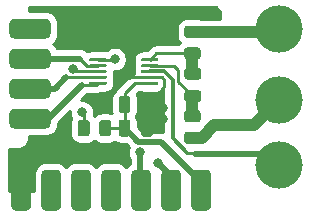
<source format=gtl>
G04 #@! TF.GenerationSoftware,KiCad,Pcbnew,5.1.9+dfsg1-1+deb11u1*
G04 #@! TF.CreationDate,2024-09-06T13:23:54+00:00*
G04 #@! TF.ProjectId,ControllerCurrentShuntAddOn,436f6e74-726f-46c6-9c65-724375727265,rev?*
G04 #@! TF.SameCoordinates,Original*
G04 #@! TF.FileFunction,Copper,L1,Top*
G04 #@! TF.FilePolarity,Positive*
%FSLAX46Y46*%
G04 Gerber Fmt 4.6, Leading zero omitted, Abs format (unit mm)*
G04 Created by KiCad (PCBNEW 5.1.9+dfsg1-1+deb11u1) date 2024-09-06 13:23:54*
%MOMM*%
%LPD*%
G01*
G04 APERTURE LIST*
G04 #@! TA.AperFunction,SMDPad,CuDef*
%ADD10C,4.000000*%
G04 #@! TD*
G04 #@! TA.AperFunction,ViaPad*
%ADD11C,0.800000*%
G04 #@! TD*
G04 #@! TA.AperFunction,Conductor*
%ADD12C,0.250000*%
G04 #@! TD*
G04 #@! TA.AperFunction,Conductor*
%ADD13C,0.500000*%
G04 #@! TD*
G04 #@! TA.AperFunction,Conductor*
%ADD14C,1.000000*%
G04 #@! TD*
G04 #@! TA.AperFunction,Conductor*
%ADD15C,0.300000*%
G04 #@! TD*
G04 #@! TA.AperFunction,Conductor*
%ADD16C,0.254000*%
G04 #@! TD*
G04 #@! TA.AperFunction,Conductor*
%ADD17C,0.100000*%
G04 #@! TD*
G04 APERTURE END LIST*
G04 #@! TA.AperFunction,ComponentPad*
G36*
G01*
X208300000Y-97855000D02*
X208300000Y-98705000D01*
G75*
G02*
X207875000Y-99130000I-425000J0D01*
G01*
X205225000Y-99130000D01*
G75*
G02*
X204800000Y-98705000I0J425000D01*
G01*
X204800000Y-97855000D01*
G75*
G02*
X205225000Y-97430000I425000J0D01*
G01*
X207875000Y-97430000D01*
G75*
G02*
X208300000Y-97855000I0J-425000D01*
G01*
G37*
G04 #@! TD.AperFunction*
G04 #@! TA.AperFunction,ComponentPad*
G36*
G01*
X208300000Y-100395000D02*
X208300000Y-101245000D01*
G75*
G02*
X207875000Y-101670000I-425000J0D01*
G01*
X205225000Y-101670000D01*
G75*
G02*
X204800000Y-101245000I0J425000D01*
G01*
X204800000Y-100395000D01*
G75*
G02*
X205225000Y-99970000I425000J0D01*
G01*
X207875000Y-99970000D01*
G75*
G02*
X208300000Y-100395000I0J-425000D01*
G01*
G37*
G04 #@! TD.AperFunction*
G04 #@! TA.AperFunction,ComponentPad*
G36*
G01*
X208300000Y-102935000D02*
X208300000Y-103785000D01*
G75*
G02*
X207875000Y-104210000I-425000J0D01*
G01*
X205225000Y-104210000D01*
G75*
G02*
X204800000Y-103785000I0J425000D01*
G01*
X204800000Y-102935000D01*
G75*
G02*
X205225000Y-102510000I425000J0D01*
G01*
X207875000Y-102510000D01*
G75*
G02*
X208300000Y-102935000I0J-425000D01*
G01*
G37*
G04 #@! TD.AperFunction*
G04 #@! TA.AperFunction,ComponentPad*
G36*
G01*
X208300000Y-105475000D02*
X208300000Y-106325000D01*
G75*
G02*
X207875000Y-106750000I-425000J0D01*
G01*
X205225000Y-106750000D01*
G75*
G02*
X204800000Y-106325000I0J425000D01*
G01*
X204800000Y-105475000D01*
G75*
G02*
X205225000Y-105050000I425000J0D01*
G01*
X207875000Y-105050000D01*
G75*
G02*
X208300000Y-105475000I0J-425000D01*
G01*
G37*
G04 #@! TD.AperFunction*
G04 #@! TA.AperFunction,ComponentPad*
G36*
G01*
X221465000Y-113700000D02*
X220615000Y-113700000D01*
G75*
G02*
X220190000Y-113275000I0J425000D01*
G01*
X220190000Y-110625000D01*
G75*
G02*
X220615000Y-110200000I425000J0D01*
G01*
X221465000Y-110200000D01*
G75*
G02*
X221890000Y-110625000I0J-425000D01*
G01*
X221890000Y-113275000D01*
G75*
G02*
X221465000Y-113700000I-425000J0D01*
G01*
G37*
G04 #@! TD.AperFunction*
G04 #@! TA.AperFunction,ComponentPad*
G36*
G01*
X218925000Y-113700000D02*
X218075000Y-113700000D01*
G75*
G02*
X217650000Y-113275000I0J425000D01*
G01*
X217650000Y-110625000D01*
G75*
G02*
X218075000Y-110200000I425000J0D01*
G01*
X218925000Y-110200000D01*
G75*
G02*
X219350000Y-110625000I0J-425000D01*
G01*
X219350000Y-113275000D01*
G75*
G02*
X218925000Y-113700000I-425000J0D01*
G01*
G37*
G04 #@! TD.AperFunction*
G04 #@! TA.AperFunction,ComponentPad*
G36*
G01*
X216385000Y-113700000D02*
X215535000Y-113700000D01*
G75*
G02*
X215110000Y-113275000I0J425000D01*
G01*
X215110000Y-110625000D01*
G75*
G02*
X215535000Y-110200000I425000J0D01*
G01*
X216385000Y-110200000D01*
G75*
G02*
X216810000Y-110625000I0J-425000D01*
G01*
X216810000Y-113275000D01*
G75*
G02*
X216385000Y-113700000I-425000J0D01*
G01*
G37*
G04 #@! TD.AperFunction*
G04 #@! TA.AperFunction,ComponentPad*
G36*
G01*
X213845000Y-113700000D02*
X212995000Y-113700000D01*
G75*
G02*
X212570000Y-113275000I0J425000D01*
G01*
X212570000Y-110625000D01*
G75*
G02*
X212995000Y-110200000I425000J0D01*
G01*
X213845000Y-110200000D01*
G75*
G02*
X214270000Y-110625000I0J-425000D01*
G01*
X214270000Y-113275000D01*
G75*
G02*
X213845000Y-113700000I-425000J0D01*
G01*
G37*
G04 #@! TD.AperFunction*
G04 #@! TA.AperFunction,ComponentPad*
G36*
G01*
X211305000Y-113700000D02*
X210455000Y-113700000D01*
G75*
G02*
X210030000Y-113275000I0J425000D01*
G01*
X210030000Y-110625000D01*
G75*
G02*
X210455000Y-110200000I425000J0D01*
G01*
X211305000Y-110200000D01*
G75*
G02*
X211730000Y-110625000I0J-425000D01*
G01*
X211730000Y-113275000D01*
G75*
G02*
X211305000Y-113700000I-425000J0D01*
G01*
G37*
G04 #@! TD.AperFunction*
G04 #@! TA.AperFunction,ComponentPad*
G36*
G01*
X208765000Y-113700000D02*
X207915000Y-113700000D01*
G75*
G02*
X207490000Y-113275000I0J425000D01*
G01*
X207490000Y-110625000D01*
G75*
G02*
X207915000Y-110200000I425000J0D01*
G01*
X208765000Y-110200000D01*
G75*
G02*
X209190000Y-110625000I0J-425000D01*
G01*
X209190000Y-113275000D01*
G75*
G02*
X208765000Y-113700000I-425000J0D01*
G01*
G37*
G04 #@! TD.AperFunction*
G04 #@! TA.AperFunction,ComponentPad*
G36*
G01*
X206225000Y-113700000D02*
X205375000Y-113700000D01*
G75*
G02*
X204950000Y-113275000I0J425000D01*
G01*
X204950000Y-110625000D01*
G75*
G02*
X205375000Y-110200000I425000J0D01*
G01*
X206225000Y-110200000D01*
G75*
G02*
X206650000Y-110625000I0J-425000D01*
G01*
X206650000Y-113275000D01*
G75*
G02*
X206225000Y-113700000I-425000J0D01*
G01*
G37*
G04 #@! TD.AperFunction*
G04 #@! TA.AperFunction,SMDPad,CuDef*
G36*
G01*
X211600000Y-106249999D02*
X211600000Y-107150001D01*
G75*
G02*
X211350001Y-107400000I-249999J0D01*
G01*
X210824999Y-107400000D01*
G75*
G02*
X210575000Y-107150001I0J249999D01*
G01*
X210575000Y-106249999D01*
G75*
G02*
X210824999Y-106000000I249999J0D01*
G01*
X211350001Y-106000000D01*
G75*
G02*
X211600000Y-106249999I0J-249999D01*
G01*
G37*
G04 #@! TD.AperFunction*
G04 #@! TA.AperFunction,SMDPad,CuDef*
G36*
G01*
X213425000Y-106249999D02*
X213425000Y-107150001D01*
G75*
G02*
X213175001Y-107400000I-249999J0D01*
G01*
X212649999Y-107400000D01*
G75*
G02*
X212400000Y-107150001I0J249999D01*
G01*
X212400000Y-106249999D01*
G75*
G02*
X212649999Y-106000000I249999J0D01*
G01*
X213175001Y-106000000D01*
G75*
G02*
X213425000Y-106249999I0J-249999D01*
G01*
G37*
G04 #@! TD.AperFunction*
G04 #@! TA.AperFunction,SMDPad,CuDef*
G36*
G01*
X215975000Y-100975000D02*
X215975000Y-100825000D01*
G75*
G02*
X216050000Y-100750000I75000J0D01*
G01*
X217350000Y-100750000D01*
G75*
G02*
X217425000Y-100825000I0J-75000D01*
G01*
X217425000Y-100975000D01*
G75*
G02*
X217350000Y-101050000I-75000J0D01*
G01*
X216050000Y-101050000D01*
G75*
G02*
X215975000Y-100975000I0J75000D01*
G01*
G37*
G04 #@! TD.AperFunction*
G04 #@! TA.AperFunction,SMDPad,CuDef*
G36*
G01*
X215975000Y-101475000D02*
X215975000Y-101325000D01*
G75*
G02*
X216050000Y-101250000I75000J0D01*
G01*
X217350000Y-101250000D01*
G75*
G02*
X217425000Y-101325000I0J-75000D01*
G01*
X217425000Y-101475000D01*
G75*
G02*
X217350000Y-101550000I-75000J0D01*
G01*
X216050000Y-101550000D01*
G75*
G02*
X215975000Y-101475000I0J75000D01*
G01*
G37*
G04 #@! TD.AperFunction*
G04 #@! TA.AperFunction,SMDPad,CuDef*
G36*
G01*
X215975000Y-101975000D02*
X215975000Y-101825000D01*
G75*
G02*
X216050000Y-101750000I75000J0D01*
G01*
X217350000Y-101750000D01*
G75*
G02*
X217425000Y-101825000I0J-75000D01*
G01*
X217425000Y-101975000D01*
G75*
G02*
X217350000Y-102050000I-75000J0D01*
G01*
X216050000Y-102050000D01*
G75*
G02*
X215975000Y-101975000I0J75000D01*
G01*
G37*
G04 #@! TD.AperFunction*
G04 #@! TA.AperFunction,SMDPad,CuDef*
G36*
G01*
X215975000Y-102475000D02*
X215975000Y-102325000D01*
G75*
G02*
X216050000Y-102250000I75000J0D01*
G01*
X217350000Y-102250000D01*
G75*
G02*
X217425000Y-102325000I0J-75000D01*
G01*
X217425000Y-102475000D01*
G75*
G02*
X217350000Y-102550000I-75000J0D01*
G01*
X216050000Y-102550000D01*
G75*
G02*
X215975000Y-102475000I0J75000D01*
G01*
G37*
G04 #@! TD.AperFunction*
G04 #@! TA.AperFunction,SMDPad,CuDef*
G36*
G01*
X215975000Y-102975000D02*
X215975000Y-102825000D01*
G75*
G02*
X216050000Y-102750000I75000J0D01*
G01*
X217350000Y-102750000D01*
G75*
G02*
X217425000Y-102825000I0J-75000D01*
G01*
X217425000Y-102975000D01*
G75*
G02*
X217350000Y-103050000I-75000J0D01*
G01*
X216050000Y-103050000D01*
G75*
G02*
X215975000Y-102975000I0J75000D01*
G01*
G37*
G04 #@! TD.AperFunction*
G04 #@! TA.AperFunction,SMDPad,CuDef*
G36*
G01*
X211575000Y-102975000D02*
X211575000Y-102825000D01*
G75*
G02*
X211650000Y-102750000I75000J0D01*
G01*
X212950000Y-102750000D01*
G75*
G02*
X213025000Y-102825000I0J-75000D01*
G01*
X213025000Y-102975000D01*
G75*
G02*
X212950000Y-103050000I-75000J0D01*
G01*
X211650000Y-103050000D01*
G75*
G02*
X211575000Y-102975000I0J75000D01*
G01*
G37*
G04 #@! TD.AperFunction*
G04 #@! TA.AperFunction,SMDPad,CuDef*
G36*
G01*
X211575000Y-102475000D02*
X211575000Y-102325000D01*
G75*
G02*
X211650000Y-102250000I75000J0D01*
G01*
X212950000Y-102250000D01*
G75*
G02*
X213025000Y-102325000I0J-75000D01*
G01*
X213025000Y-102475000D01*
G75*
G02*
X212950000Y-102550000I-75000J0D01*
G01*
X211650000Y-102550000D01*
G75*
G02*
X211575000Y-102475000I0J75000D01*
G01*
G37*
G04 #@! TD.AperFunction*
G04 #@! TA.AperFunction,SMDPad,CuDef*
G36*
G01*
X211575000Y-101975000D02*
X211575000Y-101825000D01*
G75*
G02*
X211650000Y-101750000I75000J0D01*
G01*
X212950000Y-101750000D01*
G75*
G02*
X213025000Y-101825000I0J-75000D01*
G01*
X213025000Y-101975000D01*
G75*
G02*
X212950000Y-102050000I-75000J0D01*
G01*
X211650000Y-102050000D01*
G75*
G02*
X211575000Y-101975000I0J75000D01*
G01*
G37*
G04 #@! TD.AperFunction*
G04 #@! TA.AperFunction,SMDPad,CuDef*
G36*
G01*
X211575000Y-101475000D02*
X211575000Y-101325000D01*
G75*
G02*
X211650000Y-101250000I75000J0D01*
G01*
X212950000Y-101250000D01*
G75*
G02*
X213025000Y-101325000I0J-75000D01*
G01*
X213025000Y-101475000D01*
G75*
G02*
X212950000Y-101550000I-75000J0D01*
G01*
X211650000Y-101550000D01*
G75*
G02*
X211575000Y-101475000I0J75000D01*
G01*
G37*
G04 #@! TD.AperFunction*
G04 #@! TA.AperFunction,SMDPad,CuDef*
G36*
G01*
X211575000Y-100975000D02*
X211575000Y-100825000D01*
G75*
G02*
X211650000Y-100750000I75000J0D01*
G01*
X212950000Y-100750000D01*
G75*
G02*
X213025000Y-100825000I0J-75000D01*
G01*
X213025000Y-100975000D01*
G75*
G02*
X212950000Y-101050000I-75000J0D01*
G01*
X211650000Y-101050000D01*
G75*
G02*
X211575000Y-100975000I0J75000D01*
G01*
G37*
G04 #@! TD.AperFunction*
G04 #@! TA.AperFunction,SMDPad,CuDef*
G36*
G01*
X219849999Y-107000000D02*
X220750001Y-107000000D01*
G75*
G02*
X221000000Y-107249999I0J-249999D01*
G01*
X221000000Y-107775001D01*
G75*
G02*
X220750001Y-108025000I-249999J0D01*
G01*
X219849999Y-108025000D01*
G75*
G02*
X219600000Y-107775001I0J249999D01*
G01*
X219600000Y-107249999D01*
G75*
G02*
X219849999Y-107000000I249999J0D01*
G01*
G37*
G04 #@! TD.AperFunction*
G04 #@! TA.AperFunction,SMDPad,CuDef*
G36*
G01*
X219849999Y-105175000D02*
X220750001Y-105175000D01*
G75*
G02*
X221000000Y-105424999I0J-249999D01*
G01*
X221000000Y-105950001D01*
G75*
G02*
X220750001Y-106200000I-249999J0D01*
G01*
X219849999Y-106200000D01*
G75*
G02*
X219600000Y-105950001I0J249999D01*
G01*
X219600000Y-105424999D01*
G75*
G02*
X219849999Y-105175000I249999J0D01*
G01*
G37*
G04 #@! TD.AperFunction*
G04 #@! TA.AperFunction,SMDPad,CuDef*
G36*
G01*
X220750001Y-99050000D02*
X219849999Y-99050000D01*
G75*
G02*
X219600000Y-98800001I0J249999D01*
G01*
X219600000Y-98274999D01*
G75*
G02*
X219849999Y-98025000I249999J0D01*
G01*
X220750001Y-98025000D01*
G75*
G02*
X221000000Y-98274999I0J-249999D01*
G01*
X221000000Y-98800001D01*
G75*
G02*
X220750001Y-99050000I-249999J0D01*
G01*
G37*
G04 #@! TD.AperFunction*
G04 #@! TA.AperFunction,SMDPad,CuDef*
G36*
G01*
X220750001Y-100875000D02*
X219849999Y-100875000D01*
G75*
G02*
X219600000Y-100625001I0J249999D01*
G01*
X219600000Y-100099999D01*
G75*
G02*
X219849999Y-99850000I249999J0D01*
G01*
X220750001Y-99850000D01*
G75*
G02*
X221000000Y-100099999I0J-249999D01*
G01*
X221000000Y-100625001D01*
G75*
G02*
X220750001Y-100875000I-249999J0D01*
G01*
G37*
G04 #@! TD.AperFunction*
D10*
X227650000Y-109800000D03*
X227650000Y-104300000D03*
X227650000Y-98300000D03*
G04 #@! TA.AperFunction,SMDPad,CuDef*
G36*
G01*
X215950000Y-107175000D02*
X215950000Y-106225000D01*
G75*
G02*
X216200000Y-105975000I250000J0D01*
G01*
X216700000Y-105975000D01*
G75*
G02*
X216950000Y-106225000I0J-250000D01*
G01*
X216950000Y-107175000D01*
G75*
G02*
X216700000Y-107425000I-250000J0D01*
G01*
X216200000Y-107425000D01*
G75*
G02*
X215950000Y-107175000I0J250000D01*
G01*
G37*
G04 #@! TD.AperFunction*
G04 #@! TA.AperFunction,SMDPad,CuDef*
G36*
G01*
X214050000Y-107175000D02*
X214050000Y-106225000D01*
G75*
G02*
X214300000Y-105975000I250000J0D01*
G01*
X214800000Y-105975000D01*
G75*
G02*
X215050000Y-106225000I0J-250000D01*
G01*
X215050000Y-107175000D01*
G75*
G02*
X214800000Y-107425000I-250000J0D01*
G01*
X214300000Y-107425000D01*
G75*
G02*
X214050000Y-107175000I0J250000D01*
G01*
G37*
G04 #@! TD.AperFunction*
G04 #@! TA.AperFunction,SMDPad,CuDef*
G36*
G01*
X215950000Y-105175000D02*
X215950000Y-104225000D01*
G75*
G02*
X216200000Y-103975000I250000J0D01*
G01*
X216700000Y-103975000D01*
G75*
G02*
X216950000Y-104225000I0J-250000D01*
G01*
X216950000Y-105175000D01*
G75*
G02*
X216700000Y-105425000I-250000J0D01*
G01*
X216200000Y-105425000D01*
G75*
G02*
X215950000Y-105175000I0J250000D01*
G01*
G37*
G04 #@! TD.AperFunction*
G04 #@! TA.AperFunction,SMDPad,CuDef*
G36*
G01*
X214050000Y-105175000D02*
X214050000Y-104225000D01*
G75*
G02*
X214300000Y-103975000I250000J0D01*
G01*
X214800000Y-103975000D01*
G75*
G02*
X215050000Y-104225000I0J-250000D01*
G01*
X215050000Y-105175000D01*
G75*
G02*
X214800000Y-105425000I-250000J0D01*
G01*
X214300000Y-105425000D01*
G75*
G02*
X214050000Y-105175000I0J250000D01*
G01*
G37*
G04 #@! TD.AperFunction*
G04 #@! TA.AperFunction,SMDPad,CuDef*
G36*
G01*
X219855000Y-103500000D02*
X220805000Y-103500000D01*
G75*
G02*
X221055000Y-103750000I0J-250000D01*
G01*
X221055000Y-104250000D01*
G75*
G02*
X220805000Y-104500000I-250000J0D01*
G01*
X219855000Y-104500000D01*
G75*
G02*
X219605000Y-104250000I0J250000D01*
G01*
X219605000Y-103750000D01*
G75*
G02*
X219855000Y-103500000I250000J0D01*
G01*
G37*
G04 #@! TD.AperFunction*
G04 #@! TA.AperFunction,SMDPad,CuDef*
G36*
G01*
X219855000Y-101600000D02*
X220805000Y-101600000D01*
G75*
G02*
X221055000Y-101850000I0J-250000D01*
G01*
X221055000Y-102350000D01*
G75*
G02*
X220805000Y-102600000I-250000J0D01*
G01*
X219855000Y-102600000D01*
G75*
G02*
X219605000Y-102350000I0J250000D01*
G01*
X219605000Y-101850000D01*
G75*
G02*
X219855000Y-101600000I250000J0D01*
G01*
G37*
G04 #@! TD.AperFunction*
D11*
X206600000Y-109200000D03*
X207700000Y-109200000D03*
X207700000Y-108200000D03*
X206600000Y-108200000D03*
X217770000Y-105950000D03*
X212400000Y-104270000D03*
X211450000Y-104270000D03*
X209200000Y-99150000D03*
X210200000Y-99150000D03*
X211200000Y-99150000D03*
X217770000Y-104950000D03*
X215000000Y-102160000D03*
X210152512Y-101674990D03*
X217410000Y-109660000D03*
X210960000Y-105360000D03*
X213720000Y-100850000D03*
X215870000Y-108730000D03*
D12*
X216450000Y-106700000D02*
X216450000Y-104700000D01*
X205800000Y-110700000D02*
X205800000Y-112349990D01*
X216700000Y-102400000D02*
X215240000Y-102400000D01*
X215240000Y-102400000D02*
X215000000Y-102160000D01*
X216700000Y-102400000D02*
X217718234Y-102400000D01*
X217718234Y-102400000D02*
X217900000Y-102581766D01*
X217900000Y-102581766D02*
X217900000Y-103250000D01*
X217900000Y-103250000D02*
X216450000Y-104700000D01*
X212300000Y-101900000D02*
X210377522Y-101900000D01*
X210377522Y-101900000D02*
X210152512Y-101674990D01*
D13*
X218500000Y-110750000D02*
X217410000Y-109660000D01*
D12*
X211087500Y-106700000D02*
X211087500Y-105487500D01*
X211087500Y-105487500D02*
X210960000Y-105360000D01*
D13*
X213670000Y-100900000D02*
X213720000Y-100850000D01*
D12*
X212300000Y-100900000D02*
X213670000Y-100900000D01*
X215895044Y-111025044D02*
X215900000Y-111030000D01*
D13*
X215895044Y-111025044D02*
X215895044Y-108755044D01*
X215895044Y-108755044D02*
X215870000Y-108730000D01*
D12*
X214550000Y-104700000D02*
X214550000Y-106700000D01*
X215400000Y-102900000D02*
X216700000Y-102900000D01*
X214550000Y-103750000D02*
X215400000Y-102900000D01*
X214550000Y-104700000D02*
X214550000Y-103750000D01*
X212912500Y-106700000D02*
X214550000Y-106700000D01*
D13*
X214550000Y-106700000D02*
X215729999Y-107879999D01*
X215729999Y-107879999D02*
X217679999Y-107879999D01*
X217679999Y-107879999D02*
X220689990Y-110889990D01*
X220689990Y-110889990D02*
X220689990Y-111789990D01*
D12*
X212180000Y-103020000D02*
X212300000Y-102900000D01*
X210920000Y-103020000D02*
X212180000Y-103020000D01*
D13*
X208140000Y-105800000D02*
X207520000Y-105800000D01*
X210920000Y-103020000D02*
X208140000Y-105800000D01*
D12*
X206320019Y-103189991D02*
X206150010Y-103360000D01*
X212300000Y-102400000D02*
X209620000Y-102400000D01*
D13*
X208670000Y-103350000D02*
X207340000Y-103350000D01*
X209620000Y-102400000D02*
X208670000Y-103350000D01*
D12*
X211370000Y-101400000D02*
X210790000Y-100820000D01*
X212300000Y-101400000D02*
X211370000Y-101400000D01*
D13*
X207370000Y-100820000D02*
X207360000Y-100810000D01*
X210790000Y-100820000D02*
X207370000Y-100820000D01*
D14*
X220300000Y-104030000D02*
X220330000Y-104000000D01*
X220300000Y-105687500D02*
X220300000Y-104030000D01*
D12*
X220200000Y-104000000D02*
X220330000Y-104000000D01*
X218760000Y-101400000D02*
X216700000Y-101400000D01*
X219100000Y-102770000D02*
X219100000Y-101740000D01*
X219100000Y-101740000D02*
X218760000Y-101400000D01*
X220330000Y-104000000D02*
X219100000Y-102770000D01*
D14*
X220300000Y-102070000D02*
X220330000Y-102100000D01*
X220300000Y-100362500D02*
X220300000Y-102070000D01*
D12*
X220292500Y-100370000D02*
X220300000Y-100362500D01*
X217230000Y-100370000D02*
X220292500Y-100370000D01*
X216700000Y-100900000D02*
X217230000Y-100370000D01*
D14*
X220312500Y-98550000D02*
X220300000Y-98537500D01*
X227400000Y-98550000D02*
X220312500Y-98550000D01*
X227650000Y-98300000D02*
X227400000Y-98550000D01*
X225500000Y-106450000D02*
X227650000Y-104300000D01*
X222150000Y-106450000D02*
X225500000Y-106450000D01*
X221087500Y-107512500D02*
X222150000Y-106450000D01*
X220300000Y-107512500D02*
X221087500Y-107512500D01*
D15*
X227650000Y-109800000D02*
X226700000Y-108850000D01*
D13*
X226700000Y-108850000D02*
X220510000Y-108850000D01*
D12*
X220440000Y-108780000D02*
X220510000Y-108850000D01*
X219860000Y-108780000D02*
X220440000Y-108780000D01*
D15*
X218624989Y-102634989D02*
X217890000Y-101900000D01*
X217890000Y-101900000D02*
X216700000Y-101900000D01*
X219860000Y-108780000D02*
X218624989Y-107544989D01*
X218624989Y-107544989D02*
X218624989Y-102634989D01*
D16*
X209925000Y-105461939D02*
X209964774Y-105661898D01*
X210040065Y-105843665D01*
X210004528Y-105910149D01*
X209953992Y-106076745D01*
X209936928Y-106249999D01*
X209936928Y-107150001D01*
X209953992Y-107323255D01*
X210004528Y-107489851D01*
X210086595Y-107643387D01*
X210197038Y-107777962D01*
X210331613Y-107888405D01*
X210485149Y-107970472D01*
X210651745Y-108021008D01*
X210824999Y-108038072D01*
X211350001Y-108038072D01*
X211523255Y-108021008D01*
X211689851Y-107970472D01*
X211843387Y-107888405D01*
X211977962Y-107777962D01*
X212000000Y-107751109D01*
X212022038Y-107777962D01*
X212156613Y-107888405D01*
X212310149Y-107970472D01*
X212476745Y-108021008D01*
X212649999Y-108038072D01*
X213175001Y-108038072D01*
X213348255Y-108021008D01*
X213514851Y-107970472D01*
X213668387Y-107888405D01*
X213722269Y-107844185D01*
X213806614Y-107913405D01*
X213960150Y-107995472D01*
X214126746Y-108046008D01*
X214300000Y-108063072D01*
X214661493Y-108063072D01*
X214919221Y-108320799D01*
X214874774Y-108428102D01*
X214835000Y-108628061D01*
X214835000Y-108831939D01*
X214874774Y-109031898D01*
X214952795Y-109220256D01*
X215010045Y-109305937D01*
X215010045Y-109705994D01*
X214944389Y-109741088D01*
X214783295Y-109873295D01*
X214690000Y-109986975D01*
X214596705Y-109873295D01*
X214435611Y-109741088D01*
X214251820Y-109642850D01*
X214052395Y-109582355D01*
X213845000Y-109561928D01*
X212995000Y-109561928D01*
X212787605Y-109582355D01*
X212588180Y-109642850D01*
X212404389Y-109741088D01*
X212243295Y-109873295D01*
X212150000Y-109986975D01*
X212056705Y-109873295D01*
X211895611Y-109741088D01*
X211711820Y-109642850D01*
X211512395Y-109582355D01*
X211305000Y-109561928D01*
X210455000Y-109561928D01*
X210247605Y-109582355D01*
X210048180Y-109642850D01*
X209864389Y-109741088D01*
X209703295Y-109873295D01*
X209610000Y-109986975D01*
X209516705Y-109873295D01*
X209355611Y-109741088D01*
X209171820Y-109642850D01*
X208972395Y-109582355D01*
X208765000Y-109561928D01*
X207915000Y-109561928D01*
X207707605Y-109582355D01*
X207508180Y-109642850D01*
X207324389Y-109741088D01*
X207163295Y-109873295D01*
X207031088Y-110034389D01*
X206932850Y-110218180D01*
X206872355Y-110417605D01*
X206851928Y-110625000D01*
X206851928Y-112040000D01*
X204760000Y-112040000D01*
X204760000Y-108460000D01*
X205532419Y-108460000D01*
X205560189Y-108457265D01*
X205561910Y-108457277D01*
X205571082Y-108456378D01*
X205599201Y-108453423D01*
X205629383Y-108450450D01*
X205631491Y-108449810D01*
X205687940Y-108438223D01*
X205746670Y-108427020D01*
X205755486Y-108424358D01*
X205755490Y-108424357D01*
X205755493Y-108424356D01*
X205811424Y-108407042D01*
X205866551Y-108383869D01*
X205922034Y-108361452D01*
X205930171Y-108357125D01*
X205981674Y-108329277D01*
X206031234Y-108295847D01*
X206081319Y-108263073D01*
X206088460Y-108257248D01*
X206133572Y-108219927D01*
X206175713Y-108177491D01*
X206218462Y-108135628D01*
X206224336Y-108128527D01*
X206261341Y-108083154D01*
X206294433Y-108033346D01*
X206328235Y-107983981D01*
X206332618Y-107975875D01*
X206360106Y-107924179D01*
X206382894Y-107868893D01*
X206406470Y-107813887D01*
X206409194Y-107805084D01*
X206426117Y-107749033D01*
X206437731Y-107690380D01*
X206450175Y-107631835D01*
X206450423Y-107629471D01*
X206450450Y-107629383D01*
X206450710Y-107626746D01*
X206451138Y-107622670D01*
X206456851Y-107564400D01*
X206456851Y-107564392D01*
X206460000Y-107532419D01*
X206460000Y-107388072D01*
X207875000Y-107388072D01*
X208082395Y-107367645D01*
X208281820Y-107307150D01*
X208465611Y-107208912D01*
X208626705Y-107076705D01*
X208758912Y-106915611D01*
X208857150Y-106731820D01*
X208917645Y-106532395D01*
X208938072Y-106325000D01*
X208938072Y-106253506D01*
X209925000Y-105266578D01*
X209925000Y-105461939D01*
G04 #@! TA.AperFunction,Conductor*
D17*
G36*
X209925000Y-105461939D02*
G01*
X209964774Y-105661898D01*
X210040065Y-105843665D01*
X210004528Y-105910149D01*
X209953992Y-106076745D01*
X209936928Y-106249999D01*
X209936928Y-107150001D01*
X209953992Y-107323255D01*
X210004528Y-107489851D01*
X210086595Y-107643387D01*
X210197038Y-107777962D01*
X210331613Y-107888405D01*
X210485149Y-107970472D01*
X210651745Y-108021008D01*
X210824999Y-108038072D01*
X211350001Y-108038072D01*
X211523255Y-108021008D01*
X211689851Y-107970472D01*
X211843387Y-107888405D01*
X211977962Y-107777962D01*
X212000000Y-107751109D01*
X212022038Y-107777962D01*
X212156613Y-107888405D01*
X212310149Y-107970472D01*
X212476745Y-108021008D01*
X212649999Y-108038072D01*
X213175001Y-108038072D01*
X213348255Y-108021008D01*
X213514851Y-107970472D01*
X213668387Y-107888405D01*
X213722269Y-107844185D01*
X213806614Y-107913405D01*
X213960150Y-107995472D01*
X214126746Y-108046008D01*
X214300000Y-108063072D01*
X214661493Y-108063072D01*
X214919221Y-108320799D01*
X214874774Y-108428102D01*
X214835000Y-108628061D01*
X214835000Y-108831939D01*
X214874774Y-109031898D01*
X214952795Y-109220256D01*
X215010045Y-109305937D01*
X215010045Y-109705994D01*
X214944389Y-109741088D01*
X214783295Y-109873295D01*
X214690000Y-109986975D01*
X214596705Y-109873295D01*
X214435611Y-109741088D01*
X214251820Y-109642850D01*
X214052395Y-109582355D01*
X213845000Y-109561928D01*
X212995000Y-109561928D01*
X212787605Y-109582355D01*
X212588180Y-109642850D01*
X212404389Y-109741088D01*
X212243295Y-109873295D01*
X212150000Y-109986975D01*
X212056705Y-109873295D01*
X211895611Y-109741088D01*
X211711820Y-109642850D01*
X211512395Y-109582355D01*
X211305000Y-109561928D01*
X210455000Y-109561928D01*
X210247605Y-109582355D01*
X210048180Y-109642850D01*
X209864389Y-109741088D01*
X209703295Y-109873295D01*
X209610000Y-109986975D01*
X209516705Y-109873295D01*
X209355611Y-109741088D01*
X209171820Y-109642850D01*
X208972395Y-109582355D01*
X208765000Y-109561928D01*
X207915000Y-109561928D01*
X207707605Y-109582355D01*
X207508180Y-109642850D01*
X207324389Y-109741088D01*
X207163295Y-109873295D01*
X207031088Y-110034389D01*
X206932850Y-110218180D01*
X206872355Y-110417605D01*
X206851928Y-110625000D01*
X206851928Y-112040000D01*
X204760000Y-112040000D01*
X204760000Y-108460000D01*
X205532419Y-108460000D01*
X205560189Y-108457265D01*
X205561910Y-108457277D01*
X205571082Y-108456378D01*
X205599201Y-108453423D01*
X205629383Y-108450450D01*
X205631491Y-108449810D01*
X205687940Y-108438223D01*
X205746670Y-108427020D01*
X205755486Y-108424358D01*
X205755490Y-108424357D01*
X205755493Y-108424356D01*
X205811424Y-108407042D01*
X205866551Y-108383869D01*
X205922034Y-108361452D01*
X205930171Y-108357125D01*
X205981674Y-108329277D01*
X206031234Y-108295847D01*
X206081319Y-108263073D01*
X206088460Y-108257248D01*
X206133572Y-108219927D01*
X206175713Y-108177491D01*
X206218462Y-108135628D01*
X206224336Y-108128527D01*
X206261341Y-108083154D01*
X206294433Y-108033346D01*
X206328235Y-107983981D01*
X206332618Y-107975875D01*
X206360106Y-107924179D01*
X206382894Y-107868893D01*
X206406470Y-107813887D01*
X206409194Y-107805084D01*
X206426117Y-107749033D01*
X206437731Y-107690380D01*
X206450175Y-107631835D01*
X206450423Y-107629471D01*
X206450450Y-107629383D01*
X206450710Y-107626746D01*
X206451138Y-107622670D01*
X206456851Y-107564400D01*
X206456851Y-107564392D01*
X206460000Y-107532419D01*
X206460000Y-107388072D01*
X207875000Y-107388072D01*
X208082395Y-107367645D01*
X208281820Y-107307150D01*
X208465611Y-107208912D01*
X208626705Y-107076705D01*
X208758912Y-106915611D01*
X208857150Y-106731820D01*
X208917645Y-106532395D01*
X208938072Y-106325000D01*
X208938072Y-106253506D01*
X209925000Y-105266578D01*
X209925000Y-105461939D01*
G37*
G04 #@! TD.AperFunction*
D16*
X217839989Y-107006474D02*
X217723476Y-106994999D01*
X217723468Y-106994999D01*
X217679999Y-106990718D01*
X217636530Y-106994999D01*
X216096578Y-106994999D01*
X215688072Y-106586494D01*
X215688072Y-106225000D01*
X215671008Y-106051746D01*
X215620472Y-105885150D01*
X215538405Y-105731614D01*
X215512460Y-105700000D01*
X215538405Y-105668386D01*
X215620472Y-105514850D01*
X215671008Y-105348254D01*
X215688072Y-105175000D01*
X215688072Y-104225000D01*
X215671008Y-104051746D01*
X215620472Y-103885150D01*
X215574904Y-103799898D01*
X215714802Y-103660000D01*
X215863512Y-103660000D01*
X215910887Y-103674371D01*
X216050000Y-103688072D01*
X217350000Y-103688072D01*
X217489113Y-103674371D01*
X217622881Y-103633793D01*
X217746162Y-103567898D01*
X217839990Y-103490895D01*
X217839989Y-107006474D01*
G04 #@! TA.AperFunction,Conductor*
D17*
G36*
X217839989Y-107006474D02*
G01*
X217723476Y-106994999D01*
X217723468Y-106994999D01*
X217679999Y-106990718D01*
X217636530Y-106994999D01*
X216096578Y-106994999D01*
X215688072Y-106586494D01*
X215688072Y-106225000D01*
X215671008Y-106051746D01*
X215620472Y-105885150D01*
X215538405Y-105731614D01*
X215512460Y-105700000D01*
X215538405Y-105668386D01*
X215620472Y-105514850D01*
X215671008Y-105348254D01*
X215688072Y-105175000D01*
X215688072Y-104225000D01*
X215671008Y-104051746D01*
X215620472Y-103885150D01*
X215574904Y-103799898D01*
X215714802Y-103660000D01*
X215863512Y-103660000D01*
X215910887Y-103674371D01*
X216050000Y-103688072D01*
X217350000Y-103688072D01*
X217489113Y-103674371D01*
X217622881Y-103633793D01*
X217746162Y-103567898D01*
X217839990Y-103490895D01*
X217839989Y-107006474D01*
G37*
G04 #@! TD.AperFunction*
D16*
X222673000Y-96852606D02*
X222673000Y-97415000D01*
X220959544Y-97415000D01*
X220923255Y-97403992D01*
X220750001Y-97386928D01*
X219849999Y-97386928D01*
X219676745Y-97403992D01*
X219510149Y-97454528D01*
X219356613Y-97536595D01*
X219222038Y-97647038D01*
X219111595Y-97781613D01*
X219029528Y-97935149D01*
X218978992Y-98101745D01*
X218961928Y-98274999D01*
X218961928Y-98800001D01*
X218978992Y-98973255D01*
X219029528Y-99139851D01*
X219111595Y-99293387D01*
X219222038Y-99427962D01*
X219248891Y-99450000D01*
X219222038Y-99472038D01*
X219111595Y-99606613D01*
X219109785Y-99610000D01*
X217267322Y-99610000D01*
X217229999Y-99606324D01*
X217192676Y-99610000D01*
X217192667Y-99610000D01*
X217081014Y-99620997D01*
X216937753Y-99664454D01*
X216805724Y-99735026D01*
X216689999Y-99829999D01*
X216666200Y-99858998D01*
X216413271Y-100111928D01*
X216050000Y-100111928D01*
X215910887Y-100125629D01*
X215777119Y-100166207D01*
X215653838Y-100232102D01*
X215545782Y-100320782D01*
X215457102Y-100428838D01*
X215391207Y-100552119D01*
X215350629Y-100685887D01*
X215336928Y-100825000D01*
X215336928Y-100975000D01*
X215350629Y-101114113D01*
X215361515Y-101150000D01*
X215350629Y-101185887D01*
X215336928Y-101325000D01*
X215336928Y-101475000D01*
X215350629Y-101614113D01*
X215361515Y-101650000D01*
X215350629Y-101685887D01*
X215336928Y-101825000D01*
X215336928Y-101975000D01*
X215350629Y-102114113D01*
X215358603Y-102140400D01*
X215251014Y-102150997D01*
X215107753Y-102194454D01*
X214975724Y-102265026D01*
X214859999Y-102359999D01*
X214836201Y-102388997D01*
X214038998Y-103186201D01*
X214010000Y-103209999D01*
X213986202Y-103238997D01*
X213986201Y-103238998D01*
X213915026Y-103325724D01*
X213844454Y-103457754D01*
X213841335Y-103468036D01*
X213806614Y-103486595D01*
X213672038Y-103597038D01*
X213561595Y-103731614D01*
X213479528Y-103885150D01*
X213428992Y-104051746D01*
X213411928Y-104225000D01*
X213411928Y-105175000D01*
X213428992Y-105348254D01*
X213447443Y-105409080D01*
X213348255Y-105378992D01*
X213175001Y-105361928D01*
X212649999Y-105361928D01*
X212476745Y-105378992D01*
X212310149Y-105429528D01*
X212156613Y-105511595D01*
X212022038Y-105622038D01*
X212000000Y-105648891D01*
X211977962Y-105622038D01*
X211965233Y-105611591D01*
X211995000Y-105461939D01*
X211995000Y-105258061D01*
X211955226Y-105058102D01*
X211877205Y-104869744D01*
X211763937Y-104700226D01*
X211619774Y-104556063D01*
X211450256Y-104442795D01*
X211261898Y-104364774D01*
X211061939Y-104325000D01*
X210866579Y-104325000D01*
X211411579Y-103780000D01*
X212142678Y-103780000D01*
X212180000Y-103783676D01*
X212217322Y-103780000D01*
X212217333Y-103780000D01*
X212328986Y-103769003D01*
X212472247Y-103725546D01*
X212542355Y-103688072D01*
X212950000Y-103688072D01*
X213089113Y-103674371D01*
X213222881Y-103633793D01*
X213346162Y-103567898D01*
X213454218Y-103479218D01*
X213542898Y-103371162D01*
X213608793Y-103247881D01*
X213649371Y-103114113D01*
X213663072Y-102975000D01*
X213663072Y-102825000D01*
X213649371Y-102685887D01*
X213638485Y-102650000D01*
X213649371Y-102614113D01*
X213663072Y-102475000D01*
X213663072Y-102325000D01*
X213649371Y-102185887D01*
X213638485Y-102150000D01*
X213649371Y-102114113D01*
X213663072Y-101975000D01*
X213663072Y-101885000D01*
X213821939Y-101885000D01*
X214021898Y-101845226D01*
X214210256Y-101767205D01*
X214379774Y-101653937D01*
X214523937Y-101509774D01*
X214637205Y-101340256D01*
X214715226Y-101151898D01*
X214755000Y-100951939D01*
X214755000Y-100748061D01*
X214715226Y-100548102D01*
X214637205Y-100359744D01*
X214523937Y-100190226D01*
X214379774Y-100046063D01*
X214210256Y-99932795D01*
X214021898Y-99854774D01*
X213821939Y-99815000D01*
X213618061Y-99815000D01*
X213418102Y-99854774D01*
X213229744Y-99932795D01*
X213060226Y-100046063D01*
X212990384Y-100115905D01*
X212950000Y-100111928D01*
X211650000Y-100111928D01*
X211510887Y-100125629D01*
X211385344Y-100163712D01*
X211284059Y-100080589D01*
X211130313Y-99998411D01*
X210963490Y-99947805D01*
X210833477Y-99935000D01*
X208828725Y-99935000D01*
X208758912Y-99804389D01*
X208626705Y-99643295D01*
X208513025Y-99550000D01*
X208626705Y-99456705D01*
X208758912Y-99295611D01*
X208857150Y-99111820D01*
X208917645Y-98912395D01*
X208938072Y-98705000D01*
X208938072Y-97855000D01*
X208917645Y-97647605D01*
X208857150Y-97448180D01*
X208758912Y-97264389D01*
X208626705Y-97103295D01*
X208465611Y-96971088D01*
X208281820Y-96872850D01*
X208082395Y-96812355D01*
X207875000Y-96791928D01*
X206460000Y-96791928D01*
X206460000Y-96460000D01*
X222280394Y-96460000D01*
X222673000Y-96852606D01*
G04 #@! TA.AperFunction,Conductor*
D17*
G36*
X222673000Y-96852606D02*
G01*
X222673000Y-97415000D01*
X220959544Y-97415000D01*
X220923255Y-97403992D01*
X220750001Y-97386928D01*
X219849999Y-97386928D01*
X219676745Y-97403992D01*
X219510149Y-97454528D01*
X219356613Y-97536595D01*
X219222038Y-97647038D01*
X219111595Y-97781613D01*
X219029528Y-97935149D01*
X218978992Y-98101745D01*
X218961928Y-98274999D01*
X218961928Y-98800001D01*
X218978992Y-98973255D01*
X219029528Y-99139851D01*
X219111595Y-99293387D01*
X219222038Y-99427962D01*
X219248891Y-99450000D01*
X219222038Y-99472038D01*
X219111595Y-99606613D01*
X219109785Y-99610000D01*
X217267322Y-99610000D01*
X217229999Y-99606324D01*
X217192676Y-99610000D01*
X217192667Y-99610000D01*
X217081014Y-99620997D01*
X216937753Y-99664454D01*
X216805724Y-99735026D01*
X216689999Y-99829999D01*
X216666200Y-99858998D01*
X216413271Y-100111928D01*
X216050000Y-100111928D01*
X215910887Y-100125629D01*
X215777119Y-100166207D01*
X215653838Y-100232102D01*
X215545782Y-100320782D01*
X215457102Y-100428838D01*
X215391207Y-100552119D01*
X215350629Y-100685887D01*
X215336928Y-100825000D01*
X215336928Y-100975000D01*
X215350629Y-101114113D01*
X215361515Y-101150000D01*
X215350629Y-101185887D01*
X215336928Y-101325000D01*
X215336928Y-101475000D01*
X215350629Y-101614113D01*
X215361515Y-101650000D01*
X215350629Y-101685887D01*
X215336928Y-101825000D01*
X215336928Y-101975000D01*
X215350629Y-102114113D01*
X215358603Y-102140400D01*
X215251014Y-102150997D01*
X215107753Y-102194454D01*
X214975724Y-102265026D01*
X214859999Y-102359999D01*
X214836201Y-102388997D01*
X214038998Y-103186201D01*
X214010000Y-103209999D01*
X213986202Y-103238997D01*
X213986201Y-103238998D01*
X213915026Y-103325724D01*
X213844454Y-103457754D01*
X213841335Y-103468036D01*
X213806614Y-103486595D01*
X213672038Y-103597038D01*
X213561595Y-103731614D01*
X213479528Y-103885150D01*
X213428992Y-104051746D01*
X213411928Y-104225000D01*
X213411928Y-105175000D01*
X213428992Y-105348254D01*
X213447443Y-105409080D01*
X213348255Y-105378992D01*
X213175001Y-105361928D01*
X212649999Y-105361928D01*
X212476745Y-105378992D01*
X212310149Y-105429528D01*
X212156613Y-105511595D01*
X212022038Y-105622038D01*
X212000000Y-105648891D01*
X211977962Y-105622038D01*
X211965233Y-105611591D01*
X211995000Y-105461939D01*
X211995000Y-105258061D01*
X211955226Y-105058102D01*
X211877205Y-104869744D01*
X211763937Y-104700226D01*
X211619774Y-104556063D01*
X211450256Y-104442795D01*
X211261898Y-104364774D01*
X211061939Y-104325000D01*
X210866579Y-104325000D01*
X211411579Y-103780000D01*
X212142678Y-103780000D01*
X212180000Y-103783676D01*
X212217322Y-103780000D01*
X212217333Y-103780000D01*
X212328986Y-103769003D01*
X212472247Y-103725546D01*
X212542355Y-103688072D01*
X212950000Y-103688072D01*
X213089113Y-103674371D01*
X213222881Y-103633793D01*
X213346162Y-103567898D01*
X213454218Y-103479218D01*
X213542898Y-103371162D01*
X213608793Y-103247881D01*
X213649371Y-103114113D01*
X213663072Y-102975000D01*
X213663072Y-102825000D01*
X213649371Y-102685887D01*
X213638485Y-102650000D01*
X213649371Y-102614113D01*
X213663072Y-102475000D01*
X213663072Y-102325000D01*
X213649371Y-102185887D01*
X213638485Y-102150000D01*
X213649371Y-102114113D01*
X213663072Y-101975000D01*
X213663072Y-101885000D01*
X213821939Y-101885000D01*
X214021898Y-101845226D01*
X214210256Y-101767205D01*
X214379774Y-101653937D01*
X214523937Y-101509774D01*
X214637205Y-101340256D01*
X214715226Y-101151898D01*
X214755000Y-100951939D01*
X214755000Y-100748061D01*
X214715226Y-100548102D01*
X214637205Y-100359744D01*
X214523937Y-100190226D01*
X214379774Y-100046063D01*
X214210256Y-99932795D01*
X214021898Y-99854774D01*
X213821939Y-99815000D01*
X213618061Y-99815000D01*
X213418102Y-99854774D01*
X213229744Y-99932795D01*
X213060226Y-100046063D01*
X212990384Y-100115905D01*
X212950000Y-100111928D01*
X211650000Y-100111928D01*
X211510887Y-100125629D01*
X211385344Y-100163712D01*
X211284059Y-100080589D01*
X211130313Y-99998411D01*
X210963490Y-99947805D01*
X210833477Y-99935000D01*
X208828725Y-99935000D01*
X208758912Y-99804389D01*
X208626705Y-99643295D01*
X208513025Y-99550000D01*
X208626705Y-99456705D01*
X208758912Y-99295611D01*
X208857150Y-99111820D01*
X208917645Y-98912395D01*
X208938072Y-98705000D01*
X208938072Y-97855000D01*
X208917645Y-97647605D01*
X208857150Y-97448180D01*
X208758912Y-97264389D01*
X208626705Y-97103295D01*
X208465611Y-96971088D01*
X208281820Y-96872850D01*
X208082395Y-96812355D01*
X207875000Y-96791928D01*
X206460000Y-96791928D01*
X206460000Y-96460000D01*
X222280394Y-96460000D01*
X222673000Y-96852606D01*
G37*
G04 #@! TD.AperFunction*
M02*

</source>
